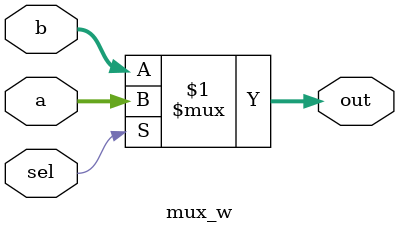
<source format=v>
module mux_w(a,b,sel,out);

input [31:0] a,b;
input sel;
output [31:0] out;

assign out = (sel) ? a : b;


endmodule
</source>
